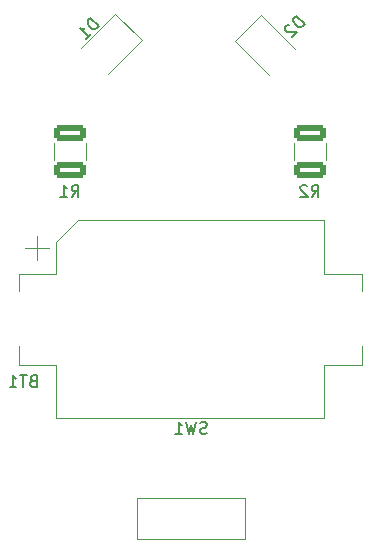
<source format=gbo>
G04 #@! TF.GenerationSoftware,KiCad,Pcbnew,(6.0.10)*
G04 #@! TF.CreationDate,2023-02-21T19:07:07+01:00*
G04 #@! TF.ProjectId,Eule,45756c65-2e6b-4696-9361-645f70636258,rev?*
G04 #@! TF.SameCoordinates,Original*
G04 #@! TF.FileFunction,Legend,Bot*
G04 #@! TF.FilePolarity,Positive*
%FSLAX46Y46*%
G04 Gerber Fmt 4.6, Leading zero omitted, Abs format (unit mm)*
G04 Created by KiCad (PCBNEW (6.0.10)) date 2023-02-21 19:07:07*
%MOMM*%
%LPD*%
G01*
G04 APERTURE LIST*
G04 Aperture macros list*
%AMRoundRect*
0 Rectangle with rounded corners*
0 $1 Rounding radius*
0 $2 $3 $4 $5 $6 $7 $8 $9 X,Y pos of 4 corners*
0 Add a 4 corners polygon primitive as box body*
4,1,4,$2,$3,$4,$5,$6,$7,$8,$9,$2,$3,0*
0 Add four circle primitives for the rounded corners*
1,1,$1+$1,$2,$3*
1,1,$1+$1,$4,$5*
1,1,$1+$1,$6,$7*
1,1,$1+$1,$8,$9*
0 Add four rect primitives between the rounded corners*
20,1,$1+$1,$2,$3,$4,$5,0*
20,1,$1+$1,$4,$5,$6,$7,0*
20,1,$1+$1,$6,$7,$8,$9,0*
20,1,$1+$1,$8,$9,$2,$3,0*%
G04 Aperture macros list end*
%ADD10C,0.150000*%
%ADD11C,0.120000*%
%ADD12C,0.200000*%
%ADD13C,5.075000*%
%ADD14R,1.200000X2.700000*%
%ADD15R,3.600000X4.600000*%
%ADD16RoundRect,0.250000X1.075000X-0.400000X1.075000X0.400000X-1.075000X0.400000X-1.075000X-0.400000X0*%
%ADD17RoundRect,0.250001X-0.433103X1.087175X-1.087175X0.433103X0.433103X-1.087175X1.087175X-0.433103X0*%
%ADD18RoundRect,0.250001X-1.087175X-0.433103X-0.433103X-1.087175X1.087175X0.433103X0.433103X1.087175X0*%
G04 APERTURE END LIST*
D10*
X57333333Y-80784761D02*
X57190476Y-80832380D01*
X56952380Y-80832380D01*
X56857142Y-80784761D01*
X56809523Y-80737142D01*
X56761904Y-80641904D01*
X56761904Y-80546666D01*
X56809523Y-80451428D01*
X56857142Y-80403809D01*
X56952380Y-80356190D01*
X57142857Y-80308571D01*
X57238095Y-80260952D01*
X57285714Y-80213333D01*
X57333333Y-80118095D01*
X57333333Y-80022857D01*
X57285714Y-79927619D01*
X57238095Y-79880000D01*
X57142857Y-79832380D01*
X56904761Y-79832380D01*
X56761904Y-79880000D01*
X56428571Y-79832380D02*
X56190476Y-80832380D01*
X56000000Y-80118095D01*
X55809523Y-80832380D01*
X55571428Y-79832380D01*
X54666666Y-80832380D02*
X55238095Y-80832380D01*
X54952380Y-80832380D02*
X54952380Y-79832380D01*
X55047619Y-79975238D01*
X55142857Y-80070476D01*
X55238095Y-80118095D01*
X42600714Y-76348571D02*
X42457857Y-76396190D01*
X42410238Y-76443809D01*
X42362619Y-76539047D01*
X42362619Y-76681904D01*
X42410238Y-76777142D01*
X42457857Y-76824761D01*
X42553095Y-76872380D01*
X42934047Y-76872380D01*
X42934047Y-75872380D01*
X42600714Y-75872380D01*
X42505476Y-75920000D01*
X42457857Y-75967619D01*
X42410238Y-76062857D01*
X42410238Y-76158095D01*
X42457857Y-76253333D01*
X42505476Y-76300952D01*
X42600714Y-76348571D01*
X42934047Y-76348571D01*
X42076904Y-75872380D02*
X41505476Y-75872380D01*
X41791190Y-76872380D02*
X41791190Y-75872380D01*
X40648333Y-76872380D02*
X41219761Y-76872380D01*
X40934047Y-76872380D02*
X40934047Y-75872380D01*
X41029285Y-76015238D01*
X41124523Y-76110476D01*
X41219761Y-76158095D01*
X66206666Y-60777380D02*
X66540000Y-60301190D01*
X66778095Y-60777380D02*
X66778095Y-59777380D01*
X66397142Y-59777380D01*
X66301904Y-59825000D01*
X66254285Y-59872619D01*
X66206666Y-59967857D01*
X66206666Y-60110714D01*
X66254285Y-60205952D01*
X66301904Y-60253571D01*
X66397142Y-60301190D01*
X66778095Y-60301190D01*
X65825714Y-59872619D02*
X65778095Y-59825000D01*
X65682857Y-59777380D01*
X65444761Y-59777380D01*
X65349523Y-59825000D01*
X65301904Y-59872619D01*
X65254285Y-59967857D01*
X65254285Y-60063095D01*
X65301904Y-60205952D01*
X65873333Y-60777380D01*
X65254285Y-60777380D01*
X48187769Y-46317587D02*
X47480663Y-45610480D01*
X47312304Y-45778839D01*
X47244960Y-45913526D01*
X47244960Y-46048213D01*
X47278632Y-46149228D01*
X47379647Y-46317587D01*
X47480663Y-46418602D01*
X47649021Y-46519618D01*
X47750037Y-46553289D01*
X47884724Y-46553289D01*
X48019411Y-46485946D01*
X48187769Y-46317587D01*
X47110273Y-47395083D02*
X47514334Y-46991022D01*
X47312304Y-47193053D02*
X46605197Y-46485946D01*
X46773556Y-46519618D01*
X46908243Y-46519618D01*
X47009258Y-46485946D01*
X65611793Y-46152969D02*
X64904687Y-45445862D01*
X64736328Y-45614221D01*
X64668984Y-45748908D01*
X64668984Y-45883595D01*
X64702656Y-45984610D01*
X64803671Y-46152969D01*
X64904687Y-46253984D01*
X65073045Y-46355000D01*
X65174061Y-46388671D01*
X65308748Y-46388671D01*
X65443435Y-46321328D01*
X65611793Y-46152969D01*
X64298595Y-46186641D02*
X64231251Y-46186641D01*
X64130236Y-46220312D01*
X63961877Y-46388671D01*
X63928206Y-46489687D01*
X63928206Y-46557030D01*
X63961877Y-46658045D01*
X64029221Y-46725389D01*
X64163908Y-46792732D01*
X64972030Y-46792732D01*
X64534297Y-47230465D01*
X45886666Y-60777380D02*
X46220000Y-60301190D01*
X46458095Y-60777380D02*
X46458095Y-59777380D01*
X46077142Y-59777380D01*
X45981904Y-59825000D01*
X45934285Y-59872619D01*
X45886666Y-59967857D01*
X45886666Y-60110714D01*
X45934285Y-60205952D01*
X45981904Y-60253571D01*
X46077142Y-60301190D01*
X46458095Y-60301190D01*
X44934285Y-60777380D02*
X45505714Y-60777380D01*
X45220000Y-60777380D02*
X45220000Y-59777380D01*
X45315238Y-59920238D01*
X45410476Y-60015476D01*
X45505714Y-60063095D01*
D11*
X60600000Y-86250000D02*
X51400000Y-86250000D01*
X51400000Y-86250000D02*
X51400000Y-89750000D01*
X51400000Y-89750000D02*
X60600000Y-89750000D01*
X60600000Y-89750000D02*
X60600000Y-86250000D01*
X41390000Y-67270000D02*
X41390000Y-68820000D01*
X67290000Y-67270000D02*
X70490000Y-67270000D01*
X44590000Y-74970000D02*
X41390000Y-74970000D01*
X44590000Y-79470000D02*
X44590000Y-74970000D01*
X43940000Y-65120000D02*
X41940000Y-65120000D01*
X67290000Y-79470000D02*
X67290000Y-74970000D01*
X42940000Y-66120000D02*
X42940000Y-64120000D01*
X44590000Y-64570000D02*
X44590000Y-67270000D01*
X67290000Y-62770000D02*
X67290000Y-67270000D01*
X70490000Y-67270000D02*
X70490000Y-68820000D01*
X67290000Y-74970000D02*
X70490000Y-74970000D01*
X41390000Y-74970000D02*
X41390000Y-73420000D01*
X44590000Y-79470000D02*
X67290000Y-79470000D01*
X44590000Y-67270000D02*
X41390000Y-67270000D01*
X70490000Y-74970000D02*
X70490000Y-73420000D01*
X46390000Y-62770000D02*
X44590000Y-64570000D01*
X67290000Y-62770000D02*
X46390000Y-62770000D01*
X67395000Y-57643737D02*
X67395000Y-56196263D01*
X64685000Y-57643737D02*
X64685000Y-56196263D01*
X46706044Y-48142428D02*
X49576897Y-45271574D01*
X49576897Y-45271574D02*
X51818426Y-47513103D01*
X51818426Y-47513103D02*
X48947572Y-50383956D01*
X59686950Y-47618479D02*
X61928479Y-45376950D01*
X61928479Y-45376950D02*
X64799332Y-48247804D01*
X62557804Y-50489332D02*
X59686950Y-47618479D01*
X44365000Y-57643737D02*
X44365000Y-56196263D01*
X47075000Y-57643737D02*
X47075000Y-56196263D01*
%LPC*%
D12*
G36*
X61600000Y-50000000D02*
G01*
X60600000Y-51000000D01*
X60100000Y-49500000D01*
X61600000Y-50000000D01*
G37*
X61600000Y-50000000D02*
X60600000Y-51000000D01*
X60100000Y-49500000D01*
X61600000Y-50000000D01*
G36*
X50900000Y-50900000D02*
G01*
X49900000Y-49900000D01*
X51400000Y-49400000D01*
X50900000Y-50900000D01*
G37*
X50900000Y-50900000D02*
X49900000Y-49900000D01*
X51400000Y-49400000D01*
X50900000Y-50900000D01*
D10*
G36*
X50546000Y-48514000D02*
G01*
X49276000Y-49784000D01*
X47371000Y-47752000D01*
X48641000Y-46482000D01*
X50546000Y-48514000D01*
G37*
X50546000Y-48514000D02*
X49276000Y-49784000D01*
X47371000Y-47752000D01*
X48641000Y-46482000D01*
X50546000Y-48514000D01*
D13*
X49307500Y-39450000D02*
G75*
G03*
X49307500Y-39450000I-2537500J0D01*
G01*
D10*
X46770000Y-34450000D02*
X64770000Y-34450000D01*
X64770000Y-34450000D02*
X64770000Y-44450000D01*
X64770000Y-44450000D02*
X46770000Y-44450000D01*
X46770000Y-44450000D02*
X46770000Y-34450000D01*
G36*
X46770000Y-34450000D02*
G01*
X64770000Y-34450000D01*
X64770000Y-44450000D01*
X46770000Y-44450000D01*
X46770000Y-34450000D01*
G37*
D13*
X67307500Y-39450000D02*
G75*
G03*
X67307500Y-39450000I-2537500J0D01*
G01*
D10*
G36*
X64135000Y-47879000D02*
G01*
X62230000Y-49784000D01*
X60960000Y-48514000D01*
X62865000Y-46609000D01*
X64135000Y-47879000D01*
G37*
X64135000Y-47879000D02*
X62230000Y-49784000D01*
X60960000Y-48514000D01*
X62865000Y-46609000D01*
X64135000Y-47879000D01*
X49666666Y-87452380D02*
X49476190Y-87452380D01*
X49380952Y-87500000D01*
X49285714Y-87595238D01*
X49238095Y-87785714D01*
X49238095Y-88119047D01*
X49285714Y-88309523D01*
X49380952Y-88404761D01*
X49476190Y-88452380D01*
X49666666Y-88452380D01*
X49761904Y-88404761D01*
X49857142Y-88309523D01*
X49904761Y-88119047D01*
X49904761Y-87785714D01*
X49857142Y-87595238D01*
X49761904Y-87500000D01*
X49666666Y-87452380D01*
X48952380Y-87785714D02*
X48571428Y-87785714D01*
X48809523Y-88452380D02*
X48809523Y-87595238D01*
X48761904Y-87500000D01*
X48666666Y-87452380D01*
X48571428Y-87452380D01*
X48380952Y-87785714D02*
X48000000Y-87785714D01*
X48238095Y-88452380D02*
X48238095Y-87595238D01*
X48190476Y-87500000D01*
X48095238Y-87452380D01*
X48000000Y-87452380D01*
X47803217Y-94917919D02*
X47696704Y-94760007D01*
X47603970Y-94707679D01*
X47471757Y-94681980D01*
X47287217Y-94749014D01*
X47010871Y-94935412D01*
X46879588Y-95081403D01*
X46853888Y-95213615D01*
X46867667Y-95319200D01*
X46974180Y-95477112D01*
X47066914Y-95529439D01*
X47199127Y-95555139D01*
X47383667Y-95488104D01*
X47660013Y-95301706D01*
X47791296Y-95155715D01*
X47816996Y-95023503D01*
X47803217Y-94917919D01*
X46494871Y-94766508D02*
X47323909Y-94207315D01*
X47008085Y-94420341D02*
X46994307Y-94314757D01*
X46887794Y-94156845D01*
X46795059Y-94104517D01*
X46728953Y-94091667D01*
X46623369Y-94105446D01*
X46386501Y-94265215D01*
X46334173Y-94357950D01*
X46321324Y-94424056D01*
X46335102Y-94529640D01*
X46441615Y-94687552D01*
X46534349Y-94739880D01*
X46541627Y-93643631D02*
X45988935Y-94016426D01*
X46462671Y-93696887D02*
X46475521Y-93630781D01*
X46461742Y-93525197D01*
X46381857Y-93406763D01*
X46289123Y-93354435D01*
X46183539Y-93368214D01*
X45749281Y-93661124D01*
X45403114Y-93147911D02*
X45495848Y-93200238D01*
X45561955Y-93213088D01*
X45667539Y-93199310D01*
X45904407Y-93039540D01*
X45956734Y-92946806D01*
X45969584Y-92880700D01*
X45955806Y-92775115D01*
X45875921Y-92656682D01*
X45783186Y-92604354D01*
X45717080Y-92591504D01*
X45611496Y-92605283D01*
X45374628Y-92765052D01*
X45322300Y-92857786D01*
X45309451Y-92923893D01*
X45323229Y-93029477D01*
X45403114Y-93147911D01*
X45030319Y-92595219D02*
X45290100Y-91788166D01*
X45583010Y-92222424D02*
X44737408Y-92160961D01*
X44524382Y-91845137D02*
X45077074Y-91472342D01*
X45353420Y-91285945D02*
X45340570Y-91352051D01*
X45274464Y-91339201D01*
X45287314Y-91273095D01*
X45353420Y-91285945D01*
X45274464Y-91339201D01*
X44178215Y-91331924D02*
X44270950Y-91384251D01*
X44337056Y-91397101D01*
X44442640Y-91383323D01*
X44679508Y-91223553D01*
X44731836Y-91130819D01*
X44744685Y-91064713D01*
X44730907Y-90959128D01*
X44651022Y-90840694D01*
X44558288Y-90788367D01*
X44492182Y-90775517D01*
X44386597Y-90789295D01*
X44149729Y-90949065D01*
X44097402Y-91041799D01*
X44084552Y-91107906D01*
X44098330Y-91213490D01*
X44178215Y-91331924D01*
X44065201Y-89972179D02*
X43512509Y-90344974D01*
X44304855Y-90327481D02*
X43870597Y-90620391D01*
X43765013Y-90634170D01*
X43672279Y-90581842D01*
X43592394Y-90463408D01*
X43578616Y-90357824D01*
X43591465Y-90291718D01*
X43312333Y-89963044D02*
X43219599Y-89910716D01*
X43113086Y-89752804D01*
X43099307Y-89647220D01*
X43151635Y-89554486D01*
X43191113Y-89527858D01*
X43296697Y-89514079D01*
X43389432Y-89566407D01*
X43469316Y-89684841D01*
X43562051Y-89737169D01*
X43667635Y-89723390D01*
X43707113Y-89696762D01*
X43759441Y-89604027D01*
X43745662Y-89498443D01*
X43665778Y-89380009D01*
X43573043Y-89327681D01*
X43090020Y-87930316D02*
X42983507Y-87772404D01*
X42890773Y-87720077D01*
X42758560Y-87694377D01*
X42574020Y-87761412D01*
X42297674Y-87947810D01*
X42166390Y-88093801D01*
X42140691Y-88226013D01*
X42154469Y-88331597D01*
X42260982Y-88489509D01*
X42353717Y-88541837D01*
X42485929Y-88567536D01*
X42670469Y-88500501D01*
X42946815Y-88314104D01*
X43078099Y-88168113D01*
X43103798Y-88035900D01*
X43090020Y-87930316D01*
X42387622Y-87485066D02*
X41728418Y-87699950D01*
X42016685Y-87275755D01*
X41515392Y-87384126D01*
X41961571Y-86853419D01*
X41115968Y-86791956D02*
X41208703Y-86844284D01*
X41314287Y-86830505D01*
X42024891Y-86351197D01*
X63547619Y-87452380D02*
X63357142Y-87452380D01*
X63261904Y-87500000D01*
X63166666Y-87595238D01*
X63119047Y-87785714D01*
X63119047Y-88119047D01*
X63166666Y-88309523D01*
X63261904Y-88404761D01*
X63357142Y-88452380D01*
X63547619Y-88452380D01*
X63642857Y-88404761D01*
X63738095Y-88309523D01*
X63785714Y-88119047D01*
X63785714Y-87785714D01*
X63738095Y-87595238D01*
X63642857Y-87500000D01*
X63547619Y-87452380D01*
X62690476Y-87785714D02*
X62690476Y-88452380D01*
X62690476Y-87880952D02*
X62642857Y-87833333D01*
X62547619Y-87785714D01*
X62404761Y-87785714D01*
X62309523Y-87833333D01*
X62261904Y-87928571D01*
X62261904Y-88452380D01*
X69856574Y-86637218D02*
X69670176Y-86913564D01*
X70024550Y-87324909D02*
X70290832Y-86930129D01*
X69461794Y-86370936D01*
X69195512Y-86765716D01*
X69232204Y-87307415D02*
X69784895Y-87680211D01*
X69311160Y-87360672D02*
X69245053Y-87373522D01*
X69152319Y-87425849D01*
X69072434Y-87544283D01*
X69058656Y-87649867D01*
X69110984Y-87742602D01*
X69545241Y-88035512D01*
X68806152Y-87939063D02*
X68593126Y-88254887D01*
X68449921Y-87871099D02*
X69160525Y-88350407D01*
X69212853Y-88443142D01*
X69199074Y-88548726D01*
X69145818Y-88627682D01*
X68406728Y-88531233D02*
X68959420Y-88904028D01*
X68485684Y-88584489D02*
X68419578Y-88597339D01*
X68326844Y-88649667D01*
X68246959Y-88768101D01*
X68233181Y-88873685D01*
X68285508Y-88966419D01*
X68719766Y-89259330D01*
X68200980Y-89943305D02*
X68293714Y-89890977D01*
X68400227Y-89733066D01*
X68414006Y-89627481D01*
X68361678Y-89534747D01*
X68045854Y-89321721D01*
X67940270Y-89307943D01*
X67847536Y-89360270D01*
X67741023Y-89518182D01*
X67727244Y-89623766D01*
X67779572Y-89716501D01*
X67858528Y-89769757D01*
X68203766Y-89428234D01*
X67974176Y-90364713D02*
X67421484Y-89991918D01*
X67579396Y-90098431D02*
X67473812Y-90084652D01*
X67407705Y-90097502D01*
X67314971Y-90149830D01*
X67261714Y-90228786D01*
X67128573Y-90426176D02*
X67548124Y-90996361D01*
X66862291Y-90820955D01*
X66729150Y-91018345D02*
X66516124Y-91334169D01*
X66372919Y-90950382D02*
X67083523Y-91429690D01*
X67135851Y-91522424D01*
X67122072Y-91628009D01*
X67068816Y-91706964D01*
X66629914Y-92272506D02*
X66722649Y-92220178D01*
X66829162Y-92062266D01*
X66842940Y-91956682D01*
X66790612Y-91863948D01*
X66474788Y-91650922D01*
X66369204Y-91637143D01*
X66276470Y-91689471D01*
X66169957Y-91847383D01*
X66156178Y-91952967D01*
X66208506Y-92045702D01*
X66287462Y-92098958D01*
X66632700Y-91757435D01*
X65542800Y-93032651D02*
X65356403Y-93308997D01*
X65710776Y-93720341D02*
X65977058Y-93325562D01*
X65148020Y-92766369D01*
X64881738Y-93161149D01*
X64678776Y-94058150D02*
X65231468Y-94430945D01*
X64918430Y-93702848D02*
X65352688Y-93995759D01*
X65405015Y-94088493D01*
X65391237Y-94194077D01*
X65311352Y-94312511D01*
X65218618Y-94364839D01*
X65152512Y-94377689D01*
X64885300Y-94944159D02*
X64899079Y-94838575D01*
X64846751Y-94745840D01*
X64136148Y-94266532D01*
X64419771Y-95549178D02*
X64512505Y-95496851D01*
X64619018Y-95338939D01*
X64632797Y-95233354D01*
X64580469Y-95140620D01*
X64264645Y-94927594D01*
X64159061Y-94913816D01*
X64066326Y-94966143D01*
X63959813Y-95124055D01*
X63946035Y-95229639D01*
X63998363Y-95322374D01*
X64077319Y-95375630D01*
X64422557Y-95034107D01*
D14*
X58500000Y-84550000D03*
X56000000Y-84550000D03*
X53500000Y-84550000D03*
X58500000Y-91450000D03*
X56000000Y-91450000D03*
X53500000Y-91450000D03*
D15*
X41290000Y-71120000D03*
X70590000Y-71120000D03*
D16*
X66040000Y-58470000D03*
X66040000Y-55370000D03*
D17*
X50010000Y-47080000D03*
X47906358Y-49183642D03*
D18*
X61495376Y-47185376D03*
X63599018Y-49289018D03*
D16*
X45720000Y-58470000D03*
X45720000Y-55370000D03*
M02*

</source>
